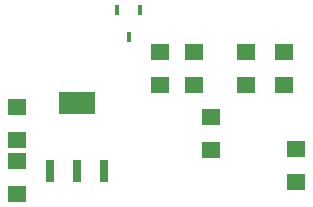
<source format=gbr>
G04 DipTrace 3.3.1.3*
G04 TopPaste.gbr*
%MOMM*%
G04 #@! TF.FileFunction,Paste,Top*
G04 #@! TF.Part,Single*
%ADD39R,0.45X0.85*%
%ADD45R,3.05X1.95*%
%ADD47R,0.75X1.95*%
%ADD49R,1.6X1.4*%
%FSLAX35Y35*%
G04*
G71*
G90*
G75*
G01*
G04 TopPaste*
%LPD*%
D49*
X1264299Y1182163D3*
Y902163D3*
Y443467D3*
Y723467D3*
D47*
X1544590Y632310D3*
X1774590D3*
X2004590D3*
D45*
X1774590Y1212310D3*
D49*
X3527660Y1363740D3*
Y1643740D3*
X2475260Y1363740D3*
Y1643740D3*
X2762260Y1363740D3*
Y1643740D3*
X3631347Y542387D3*
Y822387D3*
X3203667Y1363740D3*
Y1643740D3*
D39*
X2305503Y1998973D3*
X2115503D3*
X2210503Y1768973D3*
D49*
X2909917Y812453D3*
Y1092453D3*
M02*

</source>
